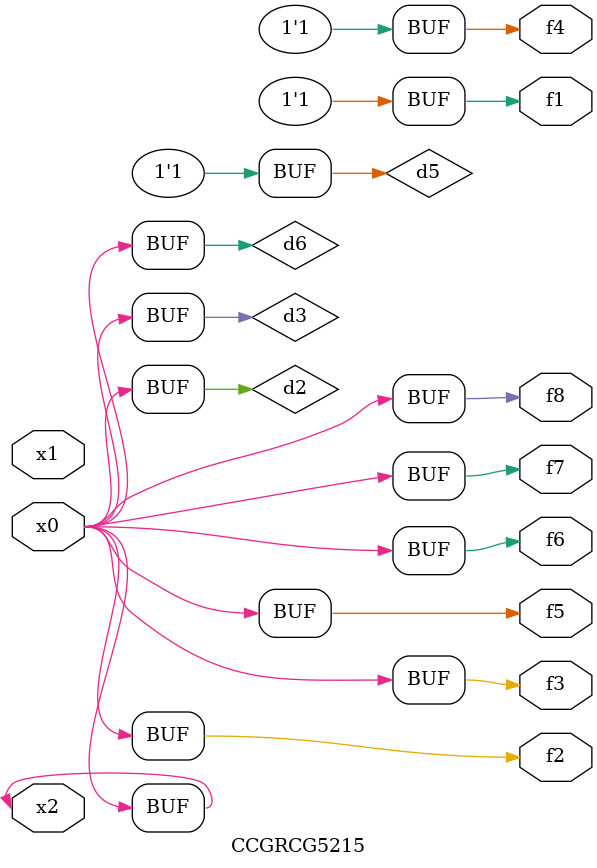
<source format=v>
module CCGRCG5215(
	input x0, x1, x2,
	output f1, f2, f3, f4, f5, f6, f7, f8
);

	wire d1, d2, d3, d4, d5, d6;

	xnor (d1, x2);
	buf (d2, x0, x2);
	and (d3, x0);
	xnor (d4, x1, x2);
	nand (d5, d1, d3);
	buf (d6, d2, d3);
	assign f1 = d5;
	assign f2 = d6;
	assign f3 = d6;
	assign f4 = d5;
	assign f5 = d6;
	assign f6 = d6;
	assign f7 = d6;
	assign f8 = d6;
endmodule

</source>
